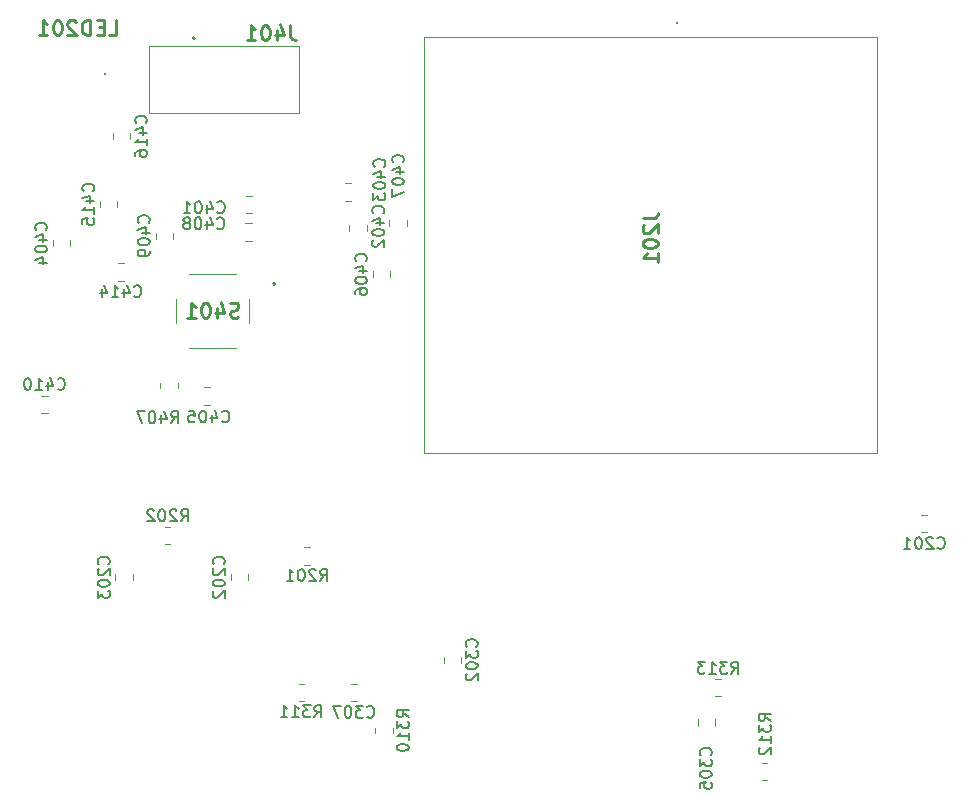
<source format=gbr>
%TF.GenerationSoftware,KiCad,Pcbnew,(6.0.0)*%
%TF.CreationDate,2022-02-15T17:29:59-06:00*%
%TF.ProjectId,digitizer,64696769-7469-47a6-9572-2e6b69636164,1*%
%TF.SameCoordinates,Original*%
%TF.FileFunction,Legend,Bot*%
%TF.FilePolarity,Positive*%
%FSLAX46Y46*%
G04 Gerber Fmt 4.6, Leading zero omitted, Abs format (unit mm)*
G04 Created by KiCad (PCBNEW (6.0.0)) date 2022-02-15 17:29:59*
%MOMM*%
%LPD*%
G01*
G04 APERTURE LIST*
%ADD10C,0.254000*%
%ADD11C,0.150000*%
%ADD12C,0.100000*%
%ADD13C,0.200000*%
%ADD14C,0.120000*%
G04 APERTURE END LIST*
D10*
%TO.C,S401*%
X105177142Y-75514047D02*
X104995714Y-75574523D01*
X104693333Y-75574523D01*
X104572380Y-75514047D01*
X104511904Y-75453571D01*
X104451428Y-75332619D01*
X104451428Y-75211666D01*
X104511904Y-75090714D01*
X104572380Y-75030238D01*
X104693333Y-74969761D01*
X104935238Y-74909285D01*
X105056190Y-74848809D01*
X105116666Y-74788333D01*
X105177142Y-74667380D01*
X105177142Y-74546428D01*
X105116666Y-74425476D01*
X105056190Y-74365000D01*
X104935238Y-74304523D01*
X104632857Y-74304523D01*
X104451428Y-74365000D01*
X103362857Y-74727857D02*
X103362857Y-75574523D01*
X103665238Y-74244047D02*
X103967619Y-75151190D01*
X103181428Y-75151190D01*
X102455714Y-74304523D02*
X102334761Y-74304523D01*
X102213809Y-74365000D01*
X102153333Y-74425476D01*
X102092857Y-74546428D01*
X102032380Y-74788333D01*
X102032380Y-75090714D01*
X102092857Y-75332619D01*
X102153333Y-75453571D01*
X102213809Y-75514047D01*
X102334761Y-75574523D01*
X102455714Y-75574523D01*
X102576666Y-75514047D01*
X102637142Y-75453571D01*
X102697619Y-75332619D01*
X102758095Y-75090714D01*
X102758095Y-74788333D01*
X102697619Y-74546428D01*
X102637142Y-74425476D01*
X102576666Y-74365000D01*
X102455714Y-74304523D01*
X100822857Y-75574523D02*
X101548571Y-75574523D01*
X101185714Y-75574523D02*
X101185714Y-74304523D01*
X101306666Y-74485952D01*
X101427619Y-74606904D01*
X101548571Y-74667380D01*
%TO.C,LED201*%
X94210714Y-51644523D02*
X94815476Y-51644523D01*
X94815476Y-50374523D01*
X93787380Y-50979285D02*
X93364047Y-50979285D01*
X93182619Y-51644523D02*
X93787380Y-51644523D01*
X93787380Y-50374523D01*
X93182619Y-50374523D01*
X92638333Y-51644523D02*
X92638333Y-50374523D01*
X92335952Y-50374523D01*
X92154523Y-50435000D01*
X92033571Y-50555952D01*
X91973095Y-50676904D01*
X91912619Y-50918809D01*
X91912619Y-51100238D01*
X91973095Y-51342142D01*
X92033571Y-51463095D01*
X92154523Y-51584047D01*
X92335952Y-51644523D01*
X92638333Y-51644523D01*
X91428809Y-50495476D02*
X91368333Y-50435000D01*
X91247380Y-50374523D01*
X90945000Y-50374523D01*
X90824047Y-50435000D01*
X90763571Y-50495476D01*
X90703095Y-50616428D01*
X90703095Y-50737380D01*
X90763571Y-50918809D01*
X91489285Y-51644523D01*
X90703095Y-51644523D01*
X89916904Y-50374523D02*
X89795952Y-50374523D01*
X89675000Y-50435000D01*
X89614523Y-50495476D01*
X89554047Y-50616428D01*
X89493571Y-50858333D01*
X89493571Y-51160714D01*
X89554047Y-51402619D01*
X89614523Y-51523571D01*
X89675000Y-51584047D01*
X89795952Y-51644523D01*
X89916904Y-51644523D01*
X90037857Y-51584047D01*
X90098333Y-51523571D01*
X90158809Y-51402619D01*
X90219285Y-51160714D01*
X90219285Y-50858333D01*
X90158809Y-50616428D01*
X90098333Y-50495476D01*
X90037857Y-50435000D01*
X89916904Y-50374523D01*
X88284047Y-51644523D02*
X89009761Y-51644523D01*
X88646904Y-51644523D02*
X88646904Y-50374523D01*
X88767857Y-50555952D01*
X88888809Y-50676904D01*
X89009761Y-50737380D01*
%TO.C,J201*%
X139404523Y-67169142D02*
X140311666Y-67169142D01*
X140493095Y-67108666D01*
X140614047Y-66987714D01*
X140674523Y-66806285D01*
X140674523Y-66685333D01*
X139525476Y-67713428D02*
X139465000Y-67773904D01*
X139404523Y-67894857D01*
X139404523Y-68197238D01*
X139465000Y-68318190D01*
X139525476Y-68378666D01*
X139646428Y-68439142D01*
X139767380Y-68439142D01*
X139948809Y-68378666D01*
X140674523Y-67652952D01*
X140674523Y-68439142D01*
X139404523Y-69225333D02*
X139404523Y-69346285D01*
X139465000Y-69467238D01*
X139525476Y-69527714D01*
X139646428Y-69588190D01*
X139888333Y-69648666D01*
X140190714Y-69648666D01*
X140432619Y-69588190D01*
X140553571Y-69527714D01*
X140614047Y-69467238D01*
X140674523Y-69346285D01*
X140674523Y-69225333D01*
X140614047Y-69104380D01*
X140553571Y-69043904D01*
X140432619Y-68983428D01*
X140190714Y-68922952D01*
X139888333Y-68922952D01*
X139646428Y-68983428D01*
X139525476Y-69043904D01*
X139465000Y-69104380D01*
X139404523Y-69225333D01*
X140674523Y-70858190D02*
X140674523Y-70132476D01*
X140674523Y-70495333D02*
X139404523Y-70495333D01*
X139585952Y-70374380D01*
X139706904Y-70253428D01*
X139767380Y-70132476D01*
D11*
%TO.C,R313*%
X146919047Y-105702380D02*
X147252380Y-105226190D01*
X147490476Y-105702380D02*
X147490476Y-104702380D01*
X147109523Y-104702380D01*
X147014285Y-104750000D01*
X146966666Y-104797619D01*
X146919047Y-104892857D01*
X146919047Y-105035714D01*
X146966666Y-105130952D01*
X147014285Y-105178571D01*
X147109523Y-105226190D01*
X147490476Y-105226190D01*
X146585714Y-104702380D02*
X145966666Y-104702380D01*
X146300000Y-105083333D01*
X146157142Y-105083333D01*
X146061904Y-105130952D01*
X146014285Y-105178571D01*
X145966666Y-105273809D01*
X145966666Y-105511904D01*
X146014285Y-105607142D01*
X146061904Y-105654761D01*
X146157142Y-105702380D01*
X146442857Y-105702380D01*
X146538095Y-105654761D01*
X146585714Y-105607142D01*
X145014285Y-105702380D02*
X145585714Y-105702380D01*
X145300000Y-105702380D02*
X145300000Y-104702380D01*
X145395238Y-104845238D01*
X145490476Y-104940476D01*
X145585714Y-104988095D01*
X144680952Y-104702380D02*
X144061904Y-104702380D01*
X144395238Y-105083333D01*
X144252380Y-105083333D01*
X144157142Y-105130952D01*
X144109523Y-105178571D01*
X144061904Y-105273809D01*
X144061904Y-105511904D01*
X144109523Y-105607142D01*
X144157142Y-105654761D01*
X144252380Y-105702380D01*
X144538095Y-105702380D01*
X144633333Y-105654761D01*
X144680952Y-105607142D01*
%TO.C,R312*%
X150242380Y-109690952D02*
X149766190Y-109357619D01*
X150242380Y-109119523D02*
X149242380Y-109119523D01*
X149242380Y-109500476D01*
X149290000Y-109595714D01*
X149337619Y-109643333D01*
X149432857Y-109690952D01*
X149575714Y-109690952D01*
X149670952Y-109643333D01*
X149718571Y-109595714D01*
X149766190Y-109500476D01*
X149766190Y-109119523D01*
X149242380Y-110024285D02*
X149242380Y-110643333D01*
X149623333Y-110310000D01*
X149623333Y-110452857D01*
X149670952Y-110548095D01*
X149718571Y-110595714D01*
X149813809Y-110643333D01*
X150051904Y-110643333D01*
X150147142Y-110595714D01*
X150194761Y-110548095D01*
X150242380Y-110452857D01*
X150242380Y-110167142D01*
X150194761Y-110071904D01*
X150147142Y-110024285D01*
X150242380Y-111595714D02*
X150242380Y-111024285D01*
X150242380Y-111310000D02*
X149242380Y-111310000D01*
X149385238Y-111214761D01*
X149480476Y-111119523D01*
X149528095Y-111024285D01*
X149337619Y-111976666D02*
X149290000Y-112024285D01*
X149242380Y-112119523D01*
X149242380Y-112357619D01*
X149290000Y-112452857D01*
X149337619Y-112500476D01*
X149432857Y-112548095D01*
X149528095Y-112548095D01*
X149670952Y-112500476D01*
X150242380Y-111929047D01*
X150242380Y-112548095D01*
%TO.C,R311*%
X111619047Y-109402380D02*
X111952380Y-108926190D01*
X112190476Y-109402380D02*
X112190476Y-108402380D01*
X111809523Y-108402380D01*
X111714285Y-108450000D01*
X111666666Y-108497619D01*
X111619047Y-108592857D01*
X111619047Y-108735714D01*
X111666666Y-108830952D01*
X111714285Y-108878571D01*
X111809523Y-108926190D01*
X112190476Y-108926190D01*
X111285714Y-108402380D02*
X110666666Y-108402380D01*
X111000000Y-108783333D01*
X110857142Y-108783333D01*
X110761904Y-108830952D01*
X110714285Y-108878571D01*
X110666666Y-108973809D01*
X110666666Y-109211904D01*
X110714285Y-109307142D01*
X110761904Y-109354761D01*
X110857142Y-109402380D01*
X111142857Y-109402380D01*
X111238095Y-109354761D01*
X111285714Y-109307142D01*
X109714285Y-109402380D02*
X110285714Y-109402380D01*
X110000000Y-109402380D02*
X110000000Y-108402380D01*
X110095238Y-108545238D01*
X110190476Y-108640476D01*
X110285714Y-108688095D01*
X108761904Y-109402380D02*
X109333333Y-109402380D01*
X109047619Y-109402380D02*
X109047619Y-108402380D01*
X109142857Y-108545238D01*
X109238095Y-108640476D01*
X109333333Y-108688095D01*
%TO.C,R310*%
X119602380Y-109380952D02*
X119126190Y-109047619D01*
X119602380Y-108809523D02*
X118602380Y-108809523D01*
X118602380Y-109190476D01*
X118650000Y-109285714D01*
X118697619Y-109333333D01*
X118792857Y-109380952D01*
X118935714Y-109380952D01*
X119030952Y-109333333D01*
X119078571Y-109285714D01*
X119126190Y-109190476D01*
X119126190Y-108809523D01*
X118602380Y-109714285D02*
X118602380Y-110333333D01*
X118983333Y-110000000D01*
X118983333Y-110142857D01*
X119030952Y-110238095D01*
X119078571Y-110285714D01*
X119173809Y-110333333D01*
X119411904Y-110333333D01*
X119507142Y-110285714D01*
X119554761Y-110238095D01*
X119602380Y-110142857D01*
X119602380Y-109857142D01*
X119554761Y-109761904D01*
X119507142Y-109714285D01*
X119602380Y-111285714D02*
X119602380Y-110714285D01*
X119602380Y-111000000D02*
X118602380Y-111000000D01*
X118745238Y-110904761D01*
X118840476Y-110809523D01*
X118888095Y-110714285D01*
X118602380Y-111904761D02*
X118602380Y-112000000D01*
X118650000Y-112095238D01*
X118697619Y-112142857D01*
X118792857Y-112190476D01*
X118983333Y-112238095D01*
X119221428Y-112238095D01*
X119411904Y-112190476D01*
X119507142Y-112142857D01*
X119554761Y-112095238D01*
X119602380Y-112000000D01*
X119602380Y-111904761D01*
X119554761Y-111809523D01*
X119507142Y-111761904D01*
X119411904Y-111714285D01*
X119221428Y-111666666D01*
X118983333Y-111666666D01*
X118792857Y-111714285D01*
X118697619Y-111761904D01*
X118650000Y-111809523D01*
X118602380Y-111904761D01*
%TO.C,C415*%
X92877142Y-64843452D02*
X92924761Y-64795833D01*
X92972380Y-64652976D01*
X92972380Y-64557738D01*
X92924761Y-64414880D01*
X92829523Y-64319642D01*
X92734285Y-64272023D01*
X92543809Y-64224404D01*
X92400952Y-64224404D01*
X92210476Y-64272023D01*
X92115238Y-64319642D01*
X92020000Y-64414880D01*
X91972380Y-64557738D01*
X91972380Y-64652976D01*
X92020000Y-64795833D01*
X92067619Y-64843452D01*
X92305714Y-65700595D02*
X92972380Y-65700595D01*
X91924761Y-65462500D02*
X92639047Y-65224404D01*
X92639047Y-65843452D01*
X92972380Y-66748214D02*
X92972380Y-66176785D01*
X92972380Y-66462500D02*
X91972380Y-66462500D01*
X92115238Y-66367261D01*
X92210476Y-66272023D01*
X92258095Y-66176785D01*
X91972380Y-67652976D02*
X91972380Y-67176785D01*
X92448571Y-67129166D01*
X92400952Y-67176785D01*
X92353333Y-67272023D01*
X92353333Y-67510119D01*
X92400952Y-67605357D01*
X92448571Y-67652976D01*
X92543809Y-67700595D01*
X92781904Y-67700595D01*
X92877142Y-67652976D01*
X92924761Y-67605357D01*
X92972380Y-67510119D01*
X92972380Y-67272023D01*
X92924761Y-67176785D01*
X92877142Y-67129166D01*
%TO.C,C404*%
X88877142Y-68143452D02*
X88924761Y-68095833D01*
X88972380Y-67952976D01*
X88972380Y-67857738D01*
X88924761Y-67714880D01*
X88829523Y-67619642D01*
X88734285Y-67572023D01*
X88543809Y-67524404D01*
X88400952Y-67524404D01*
X88210476Y-67572023D01*
X88115238Y-67619642D01*
X88020000Y-67714880D01*
X87972380Y-67857738D01*
X87972380Y-67952976D01*
X88020000Y-68095833D01*
X88067619Y-68143452D01*
X88305714Y-69000595D02*
X88972380Y-69000595D01*
X87924761Y-68762500D02*
X88639047Y-68524404D01*
X88639047Y-69143452D01*
X87972380Y-69714880D02*
X87972380Y-69810119D01*
X88020000Y-69905357D01*
X88067619Y-69952976D01*
X88162857Y-70000595D01*
X88353333Y-70048214D01*
X88591428Y-70048214D01*
X88781904Y-70000595D01*
X88877142Y-69952976D01*
X88924761Y-69905357D01*
X88972380Y-69810119D01*
X88972380Y-69714880D01*
X88924761Y-69619642D01*
X88877142Y-69572023D01*
X88781904Y-69524404D01*
X88591428Y-69476785D01*
X88353333Y-69476785D01*
X88162857Y-69524404D01*
X88067619Y-69572023D01*
X88020000Y-69619642D01*
X87972380Y-69714880D01*
X88305714Y-70905357D02*
X88972380Y-70905357D01*
X87924761Y-70667261D02*
X88639047Y-70429166D01*
X88639047Y-71048214D01*
%TO.C,C406*%
X115977142Y-70780952D02*
X116024761Y-70733333D01*
X116072380Y-70590476D01*
X116072380Y-70495238D01*
X116024761Y-70352380D01*
X115929523Y-70257142D01*
X115834285Y-70209523D01*
X115643809Y-70161904D01*
X115500952Y-70161904D01*
X115310476Y-70209523D01*
X115215238Y-70257142D01*
X115120000Y-70352380D01*
X115072380Y-70495238D01*
X115072380Y-70590476D01*
X115120000Y-70733333D01*
X115167619Y-70780952D01*
X115405714Y-71638095D02*
X116072380Y-71638095D01*
X115024761Y-71400000D02*
X115739047Y-71161904D01*
X115739047Y-71780952D01*
X115072380Y-72352380D02*
X115072380Y-72447619D01*
X115120000Y-72542857D01*
X115167619Y-72590476D01*
X115262857Y-72638095D01*
X115453333Y-72685714D01*
X115691428Y-72685714D01*
X115881904Y-72638095D01*
X115977142Y-72590476D01*
X116024761Y-72542857D01*
X116072380Y-72447619D01*
X116072380Y-72352380D01*
X116024761Y-72257142D01*
X115977142Y-72209523D01*
X115881904Y-72161904D01*
X115691428Y-72114285D01*
X115453333Y-72114285D01*
X115262857Y-72161904D01*
X115167619Y-72209523D01*
X115120000Y-72257142D01*
X115072380Y-72352380D01*
X115072380Y-73542857D02*
X115072380Y-73352380D01*
X115120000Y-73257142D01*
X115167619Y-73209523D01*
X115310476Y-73114285D01*
X115500952Y-73066666D01*
X115881904Y-73066666D01*
X115977142Y-73114285D01*
X116024761Y-73161904D01*
X116072380Y-73257142D01*
X116072380Y-73447619D01*
X116024761Y-73542857D01*
X115977142Y-73590476D01*
X115881904Y-73638095D01*
X115643809Y-73638095D01*
X115548571Y-73590476D01*
X115500952Y-73542857D01*
X115453333Y-73447619D01*
X115453333Y-73257142D01*
X115500952Y-73161904D01*
X115548571Y-73114285D01*
X115643809Y-73066666D01*
%TO.C,C408*%
X103379047Y-67987142D02*
X103426666Y-68034761D01*
X103569523Y-68082380D01*
X103664761Y-68082380D01*
X103807619Y-68034761D01*
X103902857Y-67939523D01*
X103950476Y-67844285D01*
X103998095Y-67653809D01*
X103998095Y-67510952D01*
X103950476Y-67320476D01*
X103902857Y-67225238D01*
X103807619Y-67130000D01*
X103664761Y-67082380D01*
X103569523Y-67082380D01*
X103426666Y-67130000D01*
X103379047Y-67177619D01*
X102521904Y-67415714D02*
X102521904Y-68082380D01*
X102760000Y-67034761D02*
X102998095Y-67749047D01*
X102379047Y-67749047D01*
X101807619Y-67082380D02*
X101712380Y-67082380D01*
X101617142Y-67130000D01*
X101569523Y-67177619D01*
X101521904Y-67272857D01*
X101474285Y-67463333D01*
X101474285Y-67701428D01*
X101521904Y-67891904D01*
X101569523Y-67987142D01*
X101617142Y-68034761D01*
X101712380Y-68082380D01*
X101807619Y-68082380D01*
X101902857Y-68034761D01*
X101950476Y-67987142D01*
X101998095Y-67891904D01*
X102045714Y-67701428D01*
X102045714Y-67463333D01*
X101998095Y-67272857D01*
X101950476Y-67177619D01*
X101902857Y-67130000D01*
X101807619Y-67082380D01*
X100902857Y-67510952D02*
X100998095Y-67463333D01*
X101045714Y-67415714D01*
X101093333Y-67320476D01*
X101093333Y-67272857D01*
X101045714Y-67177619D01*
X100998095Y-67130000D01*
X100902857Y-67082380D01*
X100712380Y-67082380D01*
X100617142Y-67130000D01*
X100569523Y-67177619D01*
X100521904Y-67272857D01*
X100521904Y-67320476D01*
X100569523Y-67415714D01*
X100617142Y-67463333D01*
X100712380Y-67510952D01*
X100902857Y-67510952D01*
X100998095Y-67558571D01*
X101045714Y-67606190D01*
X101093333Y-67701428D01*
X101093333Y-67891904D01*
X101045714Y-67987142D01*
X100998095Y-68034761D01*
X100902857Y-68082380D01*
X100712380Y-68082380D01*
X100617142Y-68034761D01*
X100569523Y-67987142D01*
X100521904Y-67891904D01*
X100521904Y-67701428D01*
X100569523Y-67606190D01*
X100617142Y-67558571D01*
X100712380Y-67510952D01*
%TO.C,C414*%
X96356547Y-73737142D02*
X96404166Y-73784761D01*
X96547023Y-73832380D01*
X96642261Y-73832380D01*
X96785119Y-73784761D01*
X96880357Y-73689523D01*
X96927976Y-73594285D01*
X96975595Y-73403809D01*
X96975595Y-73260952D01*
X96927976Y-73070476D01*
X96880357Y-72975238D01*
X96785119Y-72880000D01*
X96642261Y-72832380D01*
X96547023Y-72832380D01*
X96404166Y-72880000D01*
X96356547Y-72927619D01*
X95499404Y-73165714D02*
X95499404Y-73832380D01*
X95737500Y-72784761D02*
X95975595Y-73499047D01*
X95356547Y-73499047D01*
X94451785Y-73832380D02*
X95023214Y-73832380D01*
X94737500Y-73832380D02*
X94737500Y-72832380D01*
X94832738Y-72975238D01*
X94927976Y-73070476D01*
X95023214Y-73118095D01*
X93594642Y-73165714D02*
X93594642Y-73832380D01*
X93832738Y-72784761D02*
X94070833Y-73499047D01*
X93451785Y-73499047D01*
%TO.C,C302*%
X125337142Y-103418452D02*
X125384761Y-103370833D01*
X125432380Y-103227976D01*
X125432380Y-103132738D01*
X125384761Y-102989880D01*
X125289523Y-102894642D01*
X125194285Y-102847023D01*
X125003809Y-102799404D01*
X124860952Y-102799404D01*
X124670476Y-102847023D01*
X124575238Y-102894642D01*
X124480000Y-102989880D01*
X124432380Y-103132738D01*
X124432380Y-103227976D01*
X124480000Y-103370833D01*
X124527619Y-103418452D01*
X124432380Y-103751785D02*
X124432380Y-104370833D01*
X124813333Y-104037500D01*
X124813333Y-104180357D01*
X124860952Y-104275595D01*
X124908571Y-104323214D01*
X125003809Y-104370833D01*
X125241904Y-104370833D01*
X125337142Y-104323214D01*
X125384761Y-104275595D01*
X125432380Y-104180357D01*
X125432380Y-103894642D01*
X125384761Y-103799404D01*
X125337142Y-103751785D01*
X124432380Y-104989880D02*
X124432380Y-105085119D01*
X124480000Y-105180357D01*
X124527619Y-105227976D01*
X124622857Y-105275595D01*
X124813333Y-105323214D01*
X125051428Y-105323214D01*
X125241904Y-105275595D01*
X125337142Y-105227976D01*
X125384761Y-105180357D01*
X125432380Y-105085119D01*
X125432380Y-104989880D01*
X125384761Y-104894642D01*
X125337142Y-104847023D01*
X125241904Y-104799404D01*
X125051428Y-104751785D01*
X124813333Y-104751785D01*
X124622857Y-104799404D01*
X124527619Y-104847023D01*
X124480000Y-104894642D01*
X124432380Y-104989880D01*
X124527619Y-105704166D02*
X124480000Y-105751785D01*
X124432380Y-105847023D01*
X124432380Y-106085119D01*
X124480000Y-106180357D01*
X124527619Y-106227976D01*
X124622857Y-106275595D01*
X124718095Y-106275595D01*
X124860952Y-106227976D01*
X125432380Y-105656547D01*
X125432380Y-106275595D01*
%TO.C,C403*%
X117517142Y-62770952D02*
X117564761Y-62723333D01*
X117612380Y-62580476D01*
X117612380Y-62485238D01*
X117564761Y-62342380D01*
X117469523Y-62247142D01*
X117374285Y-62199523D01*
X117183809Y-62151904D01*
X117040952Y-62151904D01*
X116850476Y-62199523D01*
X116755238Y-62247142D01*
X116660000Y-62342380D01*
X116612380Y-62485238D01*
X116612380Y-62580476D01*
X116660000Y-62723333D01*
X116707619Y-62770952D01*
X116945714Y-63628095D02*
X117612380Y-63628095D01*
X116564761Y-63390000D02*
X117279047Y-63151904D01*
X117279047Y-63770952D01*
X116612380Y-64342380D02*
X116612380Y-64437619D01*
X116660000Y-64532857D01*
X116707619Y-64580476D01*
X116802857Y-64628095D01*
X116993333Y-64675714D01*
X117231428Y-64675714D01*
X117421904Y-64628095D01*
X117517142Y-64580476D01*
X117564761Y-64532857D01*
X117612380Y-64437619D01*
X117612380Y-64342380D01*
X117564761Y-64247142D01*
X117517142Y-64199523D01*
X117421904Y-64151904D01*
X117231428Y-64104285D01*
X116993333Y-64104285D01*
X116802857Y-64151904D01*
X116707619Y-64199523D01*
X116660000Y-64247142D01*
X116612380Y-64342380D01*
X116612380Y-65009047D02*
X116612380Y-65628095D01*
X116993333Y-65294761D01*
X116993333Y-65437619D01*
X117040952Y-65532857D01*
X117088571Y-65580476D01*
X117183809Y-65628095D01*
X117421904Y-65628095D01*
X117517142Y-65580476D01*
X117564761Y-65532857D01*
X117612380Y-65437619D01*
X117612380Y-65151904D01*
X117564761Y-65056666D01*
X117517142Y-65009047D01*
%TO.C,C407*%
X119107142Y-62410952D02*
X119154761Y-62363333D01*
X119202380Y-62220476D01*
X119202380Y-62125238D01*
X119154761Y-61982380D01*
X119059523Y-61887142D01*
X118964285Y-61839523D01*
X118773809Y-61791904D01*
X118630952Y-61791904D01*
X118440476Y-61839523D01*
X118345238Y-61887142D01*
X118250000Y-61982380D01*
X118202380Y-62125238D01*
X118202380Y-62220476D01*
X118250000Y-62363333D01*
X118297619Y-62410952D01*
X118535714Y-63268095D02*
X119202380Y-63268095D01*
X118154761Y-63030000D02*
X118869047Y-62791904D01*
X118869047Y-63410952D01*
X118202380Y-63982380D02*
X118202380Y-64077619D01*
X118250000Y-64172857D01*
X118297619Y-64220476D01*
X118392857Y-64268095D01*
X118583333Y-64315714D01*
X118821428Y-64315714D01*
X119011904Y-64268095D01*
X119107142Y-64220476D01*
X119154761Y-64172857D01*
X119202380Y-64077619D01*
X119202380Y-63982380D01*
X119154761Y-63887142D01*
X119107142Y-63839523D01*
X119011904Y-63791904D01*
X118821428Y-63744285D01*
X118583333Y-63744285D01*
X118392857Y-63791904D01*
X118297619Y-63839523D01*
X118250000Y-63887142D01*
X118202380Y-63982380D01*
X118202380Y-64649047D02*
X118202380Y-65315714D01*
X119202380Y-64887142D01*
%TO.C,C409*%
X97577142Y-67518452D02*
X97624761Y-67470833D01*
X97672380Y-67327976D01*
X97672380Y-67232738D01*
X97624761Y-67089880D01*
X97529523Y-66994642D01*
X97434285Y-66947023D01*
X97243809Y-66899404D01*
X97100952Y-66899404D01*
X96910476Y-66947023D01*
X96815238Y-66994642D01*
X96720000Y-67089880D01*
X96672380Y-67232738D01*
X96672380Y-67327976D01*
X96720000Y-67470833D01*
X96767619Y-67518452D01*
X97005714Y-68375595D02*
X97672380Y-68375595D01*
X96624761Y-68137500D02*
X97339047Y-67899404D01*
X97339047Y-68518452D01*
X96672380Y-69089880D02*
X96672380Y-69185119D01*
X96720000Y-69280357D01*
X96767619Y-69327976D01*
X96862857Y-69375595D01*
X97053333Y-69423214D01*
X97291428Y-69423214D01*
X97481904Y-69375595D01*
X97577142Y-69327976D01*
X97624761Y-69280357D01*
X97672380Y-69185119D01*
X97672380Y-69089880D01*
X97624761Y-68994642D01*
X97577142Y-68947023D01*
X97481904Y-68899404D01*
X97291428Y-68851785D01*
X97053333Y-68851785D01*
X96862857Y-68899404D01*
X96767619Y-68947023D01*
X96720000Y-68994642D01*
X96672380Y-69089880D01*
X97672380Y-69899404D02*
X97672380Y-70089880D01*
X97624761Y-70185119D01*
X97577142Y-70232738D01*
X97434285Y-70327976D01*
X97243809Y-70375595D01*
X96862857Y-70375595D01*
X96767619Y-70327976D01*
X96720000Y-70280357D01*
X96672380Y-70185119D01*
X96672380Y-69994642D01*
X96720000Y-69899404D01*
X96767619Y-69851785D01*
X96862857Y-69804166D01*
X97100952Y-69804166D01*
X97196190Y-69851785D01*
X97243809Y-69899404D01*
X97291428Y-69994642D01*
X97291428Y-70185119D01*
X97243809Y-70280357D01*
X97196190Y-70327976D01*
X97100952Y-70375595D01*
%TO.C,C410*%
X89881547Y-81577142D02*
X89929166Y-81624761D01*
X90072023Y-81672380D01*
X90167261Y-81672380D01*
X90310119Y-81624761D01*
X90405357Y-81529523D01*
X90452976Y-81434285D01*
X90500595Y-81243809D01*
X90500595Y-81100952D01*
X90452976Y-80910476D01*
X90405357Y-80815238D01*
X90310119Y-80720000D01*
X90167261Y-80672380D01*
X90072023Y-80672380D01*
X89929166Y-80720000D01*
X89881547Y-80767619D01*
X89024404Y-81005714D02*
X89024404Y-81672380D01*
X89262500Y-80624761D02*
X89500595Y-81339047D01*
X88881547Y-81339047D01*
X87976785Y-81672380D02*
X88548214Y-81672380D01*
X88262500Y-81672380D02*
X88262500Y-80672380D01*
X88357738Y-80815238D01*
X88452976Y-80910476D01*
X88548214Y-80958095D01*
X87357738Y-80672380D02*
X87262500Y-80672380D01*
X87167261Y-80720000D01*
X87119642Y-80767619D01*
X87072023Y-80862857D01*
X87024404Y-81053333D01*
X87024404Y-81291428D01*
X87072023Y-81481904D01*
X87119642Y-81577142D01*
X87167261Y-81624761D01*
X87262500Y-81672380D01*
X87357738Y-81672380D01*
X87452976Y-81624761D01*
X87500595Y-81577142D01*
X87548214Y-81481904D01*
X87595833Y-81291428D01*
X87595833Y-81053333D01*
X87548214Y-80862857D01*
X87500595Y-80767619D01*
X87452976Y-80720000D01*
X87357738Y-80672380D01*
%TO.C,C402*%
X117427142Y-66720952D02*
X117474761Y-66673333D01*
X117522380Y-66530476D01*
X117522380Y-66435238D01*
X117474761Y-66292380D01*
X117379523Y-66197142D01*
X117284285Y-66149523D01*
X117093809Y-66101904D01*
X116950952Y-66101904D01*
X116760476Y-66149523D01*
X116665238Y-66197142D01*
X116570000Y-66292380D01*
X116522380Y-66435238D01*
X116522380Y-66530476D01*
X116570000Y-66673333D01*
X116617619Y-66720952D01*
X116855714Y-67578095D02*
X117522380Y-67578095D01*
X116474761Y-67340000D02*
X117189047Y-67101904D01*
X117189047Y-67720952D01*
X116522380Y-68292380D02*
X116522380Y-68387619D01*
X116570000Y-68482857D01*
X116617619Y-68530476D01*
X116712857Y-68578095D01*
X116903333Y-68625714D01*
X117141428Y-68625714D01*
X117331904Y-68578095D01*
X117427142Y-68530476D01*
X117474761Y-68482857D01*
X117522380Y-68387619D01*
X117522380Y-68292380D01*
X117474761Y-68197142D01*
X117427142Y-68149523D01*
X117331904Y-68101904D01*
X117141428Y-68054285D01*
X116903333Y-68054285D01*
X116712857Y-68101904D01*
X116617619Y-68149523D01*
X116570000Y-68197142D01*
X116522380Y-68292380D01*
X116617619Y-69006666D02*
X116570000Y-69054285D01*
X116522380Y-69149523D01*
X116522380Y-69387619D01*
X116570000Y-69482857D01*
X116617619Y-69530476D01*
X116712857Y-69578095D01*
X116808095Y-69578095D01*
X116950952Y-69530476D01*
X117522380Y-68959047D01*
X117522380Y-69578095D01*
%TO.C,C416*%
X97337142Y-59080952D02*
X97384761Y-59033333D01*
X97432380Y-58890476D01*
X97432380Y-58795238D01*
X97384761Y-58652380D01*
X97289523Y-58557142D01*
X97194285Y-58509523D01*
X97003809Y-58461904D01*
X96860952Y-58461904D01*
X96670476Y-58509523D01*
X96575238Y-58557142D01*
X96480000Y-58652380D01*
X96432380Y-58795238D01*
X96432380Y-58890476D01*
X96480000Y-59033333D01*
X96527619Y-59080952D01*
X96765714Y-59938095D02*
X97432380Y-59938095D01*
X96384761Y-59700000D02*
X97099047Y-59461904D01*
X97099047Y-60080952D01*
X97432380Y-60985714D02*
X97432380Y-60414285D01*
X97432380Y-60700000D02*
X96432380Y-60700000D01*
X96575238Y-60604761D01*
X96670476Y-60509523D01*
X96718095Y-60414285D01*
X96432380Y-61842857D02*
X96432380Y-61652380D01*
X96480000Y-61557142D01*
X96527619Y-61509523D01*
X96670476Y-61414285D01*
X96860952Y-61366666D01*
X97241904Y-61366666D01*
X97337142Y-61414285D01*
X97384761Y-61461904D01*
X97432380Y-61557142D01*
X97432380Y-61747619D01*
X97384761Y-61842857D01*
X97337142Y-61890476D01*
X97241904Y-61938095D01*
X97003809Y-61938095D01*
X96908571Y-61890476D01*
X96860952Y-61842857D01*
X96813333Y-61747619D01*
X96813333Y-61557142D01*
X96860952Y-61461904D01*
X96908571Y-61414285D01*
X97003809Y-61366666D01*
%TO.C,C202*%
X103927142Y-96418452D02*
X103974761Y-96370833D01*
X104022380Y-96227976D01*
X104022380Y-96132738D01*
X103974761Y-95989880D01*
X103879523Y-95894642D01*
X103784285Y-95847023D01*
X103593809Y-95799404D01*
X103450952Y-95799404D01*
X103260476Y-95847023D01*
X103165238Y-95894642D01*
X103070000Y-95989880D01*
X103022380Y-96132738D01*
X103022380Y-96227976D01*
X103070000Y-96370833D01*
X103117619Y-96418452D01*
X103117619Y-96799404D02*
X103070000Y-96847023D01*
X103022380Y-96942261D01*
X103022380Y-97180357D01*
X103070000Y-97275595D01*
X103117619Y-97323214D01*
X103212857Y-97370833D01*
X103308095Y-97370833D01*
X103450952Y-97323214D01*
X104022380Y-96751785D01*
X104022380Y-97370833D01*
X103022380Y-97989880D02*
X103022380Y-98085119D01*
X103070000Y-98180357D01*
X103117619Y-98227976D01*
X103212857Y-98275595D01*
X103403333Y-98323214D01*
X103641428Y-98323214D01*
X103831904Y-98275595D01*
X103927142Y-98227976D01*
X103974761Y-98180357D01*
X104022380Y-98085119D01*
X104022380Y-97989880D01*
X103974761Y-97894642D01*
X103927142Y-97847023D01*
X103831904Y-97799404D01*
X103641428Y-97751785D01*
X103403333Y-97751785D01*
X103212857Y-97799404D01*
X103117619Y-97847023D01*
X103070000Y-97894642D01*
X103022380Y-97989880D01*
X103117619Y-98704166D02*
X103070000Y-98751785D01*
X103022380Y-98847023D01*
X103022380Y-99085119D01*
X103070000Y-99180357D01*
X103117619Y-99227976D01*
X103212857Y-99275595D01*
X103308095Y-99275595D01*
X103450952Y-99227976D01*
X104022380Y-98656547D01*
X104022380Y-99275595D01*
%TO.C,C201*%
X164369047Y-95037142D02*
X164416666Y-95084761D01*
X164559523Y-95132380D01*
X164654761Y-95132380D01*
X164797619Y-95084761D01*
X164892857Y-94989523D01*
X164940476Y-94894285D01*
X164988095Y-94703809D01*
X164988095Y-94560952D01*
X164940476Y-94370476D01*
X164892857Y-94275238D01*
X164797619Y-94180000D01*
X164654761Y-94132380D01*
X164559523Y-94132380D01*
X164416666Y-94180000D01*
X164369047Y-94227619D01*
X163988095Y-94227619D02*
X163940476Y-94180000D01*
X163845238Y-94132380D01*
X163607142Y-94132380D01*
X163511904Y-94180000D01*
X163464285Y-94227619D01*
X163416666Y-94322857D01*
X163416666Y-94418095D01*
X163464285Y-94560952D01*
X164035714Y-95132380D01*
X163416666Y-95132380D01*
X162797619Y-94132380D02*
X162702380Y-94132380D01*
X162607142Y-94180000D01*
X162559523Y-94227619D01*
X162511904Y-94322857D01*
X162464285Y-94513333D01*
X162464285Y-94751428D01*
X162511904Y-94941904D01*
X162559523Y-95037142D01*
X162607142Y-95084761D01*
X162702380Y-95132380D01*
X162797619Y-95132380D01*
X162892857Y-95084761D01*
X162940476Y-95037142D01*
X162988095Y-94941904D01*
X163035714Y-94751428D01*
X163035714Y-94513333D01*
X162988095Y-94322857D01*
X162940476Y-94227619D01*
X162892857Y-94180000D01*
X162797619Y-94132380D01*
X161511904Y-95132380D02*
X162083333Y-95132380D01*
X161797619Y-95132380D02*
X161797619Y-94132380D01*
X161892857Y-94275238D01*
X161988095Y-94370476D01*
X162083333Y-94418095D01*
%TO.C,R201*%
X112119047Y-97852380D02*
X112452380Y-97376190D01*
X112690476Y-97852380D02*
X112690476Y-96852380D01*
X112309523Y-96852380D01*
X112214285Y-96900000D01*
X112166666Y-96947619D01*
X112119047Y-97042857D01*
X112119047Y-97185714D01*
X112166666Y-97280952D01*
X112214285Y-97328571D01*
X112309523Y-97376190D01*
X112690476Y-97376190D01*
X111738095Y-96947619D02*
X111690476Y-96900000D01*
X111595238Y-96852380D01*
X111357142Y-96852380D01*
X111261904Y-96900000D01*
X111214285Y-96947619D01*
X111166666Y-97042857D01*
X111166666Y-97138095D01*
X111214285Y-97280952D01*
X111785714Y-97852380D01*
X111166666Y-97852380D01*
X110547619Y-96852380D02*
X110452380Y-96852380D01*
X110357142Y-96900000D01*
X110309523Y-96947619D01*
X110261904Y-97042857D01*
X110214285Y-97233333D01*
X110214285Y-97471428D01*
X110261904Y-97661904D01*
X110309523Y-97757142D01*
X110357142Y-97804761D01*
X110452380Y-97852380D01*
X110547619Y-97852380D01*
X110642857Y-97804761D01*
X110690476Y-97757142D01*
X110738095Y-97661904D01*
X110785714Y-97471428D01*
X110785714Y-97233333D01*
X110738095Y-97042857D01*
X110690476Y-96947619D01*
X110642857Y-96900000D01*
X110547619Y-96852380D01*
X109261904Y-97852380D02*
X109833333Y-97852380D01*
X109547619Y-97852380D02*
X109547619Y-96852380D01*
X109642857Y-96995238D01*
X109738095Y-97090476D01*
X109833333Y-97138095D01*
D10*
%TO.C,J401*%
X109572857Y-50794523D02*
X109572857Y-51701666D01*
X109633333Y-51883095D01*
X109754285Y-52004047D01*
X109935714Y-52064523D01*
X110056666Y-52064523D01*
X108423809Y-51217857D02*
X108423809Y-52064523D01*
X108726190Y-50734047D02*
X109028571Y-51641190D01*
X108242380Y-51641190D01*
X107516666Y-50794523D02*
X107395714Y-50794523D01*
X107274761Y-50855000D01*
X107214285Y-50915476D01*
X107153809Y-51036428D01*
X107093333Y-51278333D01*
X107093333Y-51580714D01*
X107153809Y-51822619D01*
X107214285Y-51943571D01*
X107274761Y-52004047D01*
X107395714Y-52064523D01*
X107516666Y-52064523D01*
X107637619Y-52004047D01*
X107698095Y-51943571D01*
X107758571Y-51822619D01*
X107819047Y-51580714D01*
X107819047Y-51278333D01*
X107758571Y-51036428D01*
X107698095Y-50915476D01*
X107637619Y-50855000D01*
X107516666Y-50794523D01*
X105883809Y-52064523D02*
X106609523Y-52064523D01*
X106246666Y-52064523D02*
X106246666Y-50794523D01*
X106367619Y-50975952D01*
X106488571Y-51096904D01*
X106609523Y-51157380D01*
D11*
%TO.C,R202*%
X100319047Y-92802380D02*
X100652380Y-92326190D01*
X100890476Y-92802380D02*
X100890476Y-91802380D01*
X100509523Y-91802380D01*
X100414285Y-91850000D01*
X100366666Y-91897619D01*
X100319047Y-91992857D01*
X100319047Y-92135714D01*
X100366666Y-92230952D01*
X100414285Y-92278571D01*
X100509523Y-92326190D01*
X100890476Y-92326190D01*
X99938095Y-91897619D02*
X99890476Y-91850000D01*
X99795238Y-91802380D01*
X99557142Y-91802380D01*
X99461904Y-91850000D01*
X99414285Y-91897619D01*
X99366666Y-91992857D01*
X99366666Y-92088095D01*
X99414285Y-92230952D01*
X99985714Y-92802380D01*
X99366666Y-92802380D01*
X98747619Y-91802380D02*
X98652380Y-91802380D01*
X98557142Y-91850000D01*
X98509523Y-91897619D01*
X98461904Y-91992857D01*
X98414285Y-92183333D01*
X98414285Y-92421428D01*
X98461904Y-92611904D01*
X98509523Y-92707142D01*
X98557142Y-92754761D01*
X98652380Y-92802380D01*
X98747619Y-92802380D01*
X98842857Y-92754761D01*
X98890476Y-92707142D01*
X98938095Y-92611904D01*
X98985714Y-92421428D01*
X98985714Y-92183333D01*
X98938095Y-91992857D01*
X98890476Y-91897619D01*
X98842857Y-91850000D01*
X98747619Y-91802380D01*
X98033333Y-91897619D02*
X97985714Y-91850000D01*
X97890476Y-91802380D01*
X97652380Y-91802380D01*
X97557142Y-91850000D01*
X97509523Y-91897619D01*
X97461904Y-91992857D01*
X97461904Y-92088095D01*
X97509523Y-92230952D01*
X98080952Y-92802380D01*
X97461904Y-92802380D01*
%TO.C,C401*%
X103399047Y-66617142D02*
X103446666Y-66664761D01*
X103589523Y-66712380D01*
X103684761Y-66712380D01*
X103827619Y-66664761D01*
X103922857Y-66569523D01*
X103970476Y-66474285D01*
X104018095Y-66283809D01*
X104018095Y-66140952D01*
X103970476Y-65950476D01*
X103922857Y-65855238D01*
X103827619Y-65760000D01*
X103684761Y-65712380D01*
X103589523Y-65712380D01*
X103446666Y-65760000D01*
X103399047Y-65807619D01*
X102541904Y-66045714D02*
X102541904Y-66712380D01*
X102780000Y-65664761D02*
X103018095Y-66379047D01*
X102399047Y-66379047D01*
X101827619Y-65712380D02*
X101732380Y-65712380D01*
X101637142Y-65760000D01*
X101589523Y-65807619D01*
X101541904Y-65902857D01*
X101494285Y-66093333D01*
X101494285Y-66331428D01*
X101541904Y-66521904D01*
X101589523Y-66617142D01*
X101637142Y-66664761D01*
X101732380Y-66712380D01*
X101827619Y-66712380D01*
X101922857Y-66664761D01*
X101970476Y-66617142D01*
X102018095Y-66521904D01*
X102065714Y-66331428D01*
X102065714Y-66093333D01*
X102018095Y-65902857D01*
X101970476Y-65807619D01*
X101922857Y-65760000D01*
X101827619Y-65712380D01*
X100541904Y-66712380D02*
X101113333Y-66712380D01*
X100827619Y-66712380D02*
X100827619Y-65712380D01*
X100922857Y-65855238D01*
X101018095Y-65950476D01*
X101113333Y-65998095D01*
%TO.C,R407*%
X99489047Y-84492380D02*
X99822380Y-84016190D01*
X100060476Y-84492380D02*
X100060476Y-83492380D01*
X99679523Y-83492380D01*
X99584285Y-83540000D01*
X99536666Y-83587619D01*
X99489047Y-83682857D01*
X99489047Y-83825714D01*
X99536666Y-83920952D01*
X99584285Y-83968571D01*
X99679523Y-84016190D01*
X100060476Y-84016190D01*
X98631904Y-83825714D02*
X98631904Y-84492380D01*
X98870000Y-83444761D02*
X99108095Y-84159047D01*
X98489047Y-84159047D01*
X97917619Y-83492380D02*
X97822380Y-83492380D01*
X97727142Y-83540000D01*
X97679523Y-83587619D01*
X97631904Y-83682857D01*
X97584285Y-83873333D01*
X97584285Y-84111428D01*
X97631904Y-84301904D01*
X97679523Y-84397142D01*
X97727142Y-84444761D01*
X97822380Y-84492380D01*
X97917619Y-84492380D01*
X98012857Y-84444761D01*
X98060476Y-84397142D01*
X98108095Y-84301904D01*
X98155714Y-84111428D01*
X98155714Y-83873333D01*
X98108095Y-83682857D01*
X98060476Y-83587619D01*
X98012857Y-83540000D01*
X97917619Y-83492380D01*
X97250952Y-83492380D02*
X96584285Y-83492380D01*
X97012857Y-84492380D01*
%TO.C,C307*%
X116081547Y-109337142D02*
X116129166Y-109384761D01*
X116272023Y-109432380D01*
X116367261Y-109432380D01*
X116510119Y-109384761D01*
X116605357Y-109289523D01*
X116652976Y-109194285D01*
X116700595Y-109003809D01*
X116700595Y-108860952D01*
X116652976Y-108670476D01*
X116605357Y-108575238D01*
X116510119Y-108480000D01*
X116367261Y-108432380D01*
X116272023Y-108432380D01*
X116129166Y-108480000D01*
X116081547Y-108527619D01*
X115748214Y-108432380D02*
X115129166Y-108432380D01*
X115462500Y-108813333D01*
X115319642Y-108813333D01*
X115224404Y-108860952D01*
X115176785Y-108908571D01*
X115129166Y-109003809D01*
X115129166Y-109241904D01*
X115176785Y-109337142D01*
X115224404Y-109384761D01*
X115319642Y-109432380D01*
X115605357Y-109432380D01*
X115700595Y-109384761D01*
X115748214Y-109337142D01*
X114510119Y-108432380D02*
X114414880Y-108432380D01*
X114319642Y-108480000D01*
X114272023Y-108527619D01*
X114224404Y-108622857D01*
X114176785Y-108813333D01*
X114176785Y-109051428D01*
X114224404Y-109241904D01*
X114272023Y-109337142D01*
X114319642Y-109384761D01*
X114414880Y-109432380D01*
X114510119Y-109432380D01*
X114605357Y-109384761D01*
X114652976Y-109337142D01*
X114700595Y-109241904D01*
X114748214Y-109051428D01*
X114748214Y-108813333D01*
X114700595Y-108622857D01*
X114652976Y-108527619D01*
X114605357Y-108480000D01*
X114510119Y-108432380D01*
X113843452Y-108432380D02*
X113176785Y-108432380D01*
X113605357Y-109432380D01*
%TO.C,C305*%
X145157142Y-112600952D02*
X145204761Y-112553333D01*
X145252380Y-112410476D01*
X145252380Y-112315238D01*
X145204761Y-112172380D01*
X145109523Y-112077142D01*
X145014285Y-112029523D01*
X144823809Y-111981904D01*
X144680952Y-111981904D01*
X144490476Y-112029523D01*
X144395238Y-112077142D01*
X144300000Y-112172380D01*
X144252380Y-112315238D01*
X144252380Y-112410476D01*
X144300000Y-112553333D01*
X144347619Y-112600952D01*
X144252380Y-112934285D02*
X144252380Y-113553333D01*
X144633333Y-113220000D01*
X144633333Y-113362857D01*
X144680952Y-113458095D01*
X144728571Y-113505714D01*
X144823809Y-113553333D01*
X145061904Y-113553333D01*
X145157142Y-113505714D01*
X145204761Y-113458095D01*
X145252380Y-113362857D01*
X145252380Y-113077142D01*
X145204761Y-112981904D01*
X145157142Y-112934285D01*
X144252380Y-114172380D02*
X144252380Y-114267619D01*
X144300000Y-114362857D01*
X144347619Y-114410476D01*
X144442857Y-114458095D01*
X144633333Y-114505714D01*
X144871428Y-114505714D01*
X145061904Y-114458095D01*
X145157142Y-114410476D01*
X145204761Y-114362857D01*
X145252380Y-114267619D01*
X145252380Y-114172380D01*
X145204761Y-114077142D01*
X145157142Y-114029523D01*
X145061904Y-113981904D01*
X144871428Y-113934285D01*
X144633333Y-113934285D01*
X144442857Y-113981904D01*
X144347619Y-114029523D01*
X144300000Y-114077142D01*
X144252380Y-114172380D01*
X144252380Y-115410476D02*
X144252380Y-114934285D01*
X144728571Y-114886666D01*
X144680952Y-114934285D01*
X144633333Y-115029523D01*
X144633333Y-115267619D01*
X144680952Y-115362857D01*
X144728571Y-115410476D01*
X144823809Y-115458095D01*
X145061904Y-115458095D01*
X145157142Y-115410476D01*
X145204761Y-115362857D01*
X145252380Y-115267619D01*
X145252380Y-115029523D01*
X145204761Y-114934285D01*
X145157142Y-114886666D01*
%TO.C,C203*%
X94177142Y-96430952D02*
X94224761Y-96383333D01*
X94272380Y-96240476D01*
X94272380Y-96145238D01*
X94224761Y-96002380D01*
X94129523Y-95907142D01*
X94034285Y-95859523D01*
X93843809Y-95811904D01*
X93700952Y-95811904D01*
X93510476Y-95859523D01*
X93415238Y-95907142D01*
X93320000Y-96002380D01*
X93272380Y-96145238D01*
X93272380Y-96240476D01*
X93320000Y-96383333D01*
X93367619Y-96430952D01*
X93367619Y-96811904D02*
X93320000Y-96859523D01*
X93272380Y-96954761D01*
X93272380Y-97192857D01*
X93320000Y-97288095D01*
X93367619Y-97335714D01*
X93462857Y-97383333D01*
X93558095Y-97383333D01*
X93700952Y-97335714D01*
X94272380Y-96764285D01*
X94272380Y-97383333D01*
X93272380Y-98002380D02*
X93272380Y-98097619D01*
X93320000Y-98192857D01*
X93367619Y-98240476D01*
X93462857Y-98288095D01*
X93653333Y-98335714D01*
X93891428Y-98335714D01*
X94081904Y-98288095D01*
X94177142Y-98240476D01*
X94224761Y-98192857D01*
X94272380Y-98097619D01*
X94272380Y-98002380D01*
X94224761Y-97907142D01*
X94177142Y-97859523D01*
X94081904Y-97811904D01*
X93891428Y-97764285D01*
X93653333Y-97764285D01*
X93462857Y-97811904D01*
X93367619Y-97859523D01*
X93320000Y-97907142D01*
X93272380Y-98002380D01*
X93272380Y-98669047D02*
X93272380Y-99288095D01*
X93653333Y-98954761D01*
X93653333Y-99097619D01*
X93700952Y-99192857D01*
X93748571Y-99240476D01*
X93843809Y-99288095D01*
X94081904Y-99288095D01*
X94177142Y-99240476D01*
X94224761Y-99192857D01*
X94272380Y-99097619D01*
X94272380Y-98811904D01*
X94224761Y-98716666D01*
X94177142Y-98669047D01*
%TO.C,C405*%
X103789047Y-84337142D02*
X103836666Y-84384761D01*
X103979523Y-84432380D01*
X104074761Y-84432380D01*
X104217619Y-84384761D01*
X104312857Y-84289523D01*
X104360476Y-84194285D01*
X104408095Y-84003809D01*
X104408095Y-83860952D01*
X104360476Y-83670476D01*
X104312857Y-83575238D01*
X104217619Y-83480000D01*
X104074761Y-83432380D01*
X103979523Y-83432380D01*
X103836666Y-83480000D01*
X103789047Y-83527619D01*
X102931904Y-83765714D02*
X102931904Y-84432380D01*
X103170000Y-83384761D02*
X103408095Y-84099047D01*
X102789047Y-84099047D01*
X102217619Y-83432380D02*
X102122380Y-83432380D01*
X102027142Y-83480000D01*
X101979523Y-83527619D01*
X101931904Y-83622857D01*
X101884285Y-83813333D01*
X101884285Y-84051428D01*
X101931904Y-84241904D01*
X101979523Y-84337142D01*
X102027142Y-84384761D01*
X102122380Y-84432380D01*
X102217619Y-84432380D01*
X102312857Y-84384761D01*
X102360476Y-84337142D01*
X102408095Y-84241904D01*
X102455714Y-84051428D01*
X102455714Y-83813333D01*
X102408095Y-83622857D01*
X102360476Y-83527619D01*
X102312857Y-83480000D01*
X102217619Y-83432380D01*
X100979523Y-83432380D02*
X101455714Y-83432380D01*
X101503333Y-83908571D01*
X101455714Y-83860952D01*
X101360476Y-83813333D01*
X101122380Y-83813333D01*
X101027142Y-83860952D01*
X100979523Y-83908571D01*
X100931904Y-84003809D01*
X100931904Y-84241904D01*
X100979523Y-84337142D01*
X101027142Y-84384761D01*
X101122380Y-84432380D01*
X101360476Y-84432380D01*
X101455714Y-84384761D01*
X101503333Y-84337142D01*
D12*
%TO.C,S401*%
X106100000Y-74000000D02*
X106100000Y-76000000D01*
X105000000Y-78100000D02*
X101000000Y-78100000D01*
X99900000Y-76000000D02*
X99900000Y-74000000D01*
X105000000Y-71900000D02*
X101000000Y-71900000D01*
D13*
X108200000Y-72600000D02*
X108200000Y-72600000D01*
X108200000Y-72800000D02*
X108200000Y-72800000D01*
X108200000Y-72600000D02*
G75*
G03*
X108200000Y-72800000I0J-100000D01*
G01*
X108200000Y-72800000D02*
G75*
G03*
X108200000Y-72600000I0J100000D01*
G01*
D12*
%TO.C,LED201*%
X93800000Y-54900000D02*
X93800000Y-54900000D01*
X93900000Y-54900000D02*
X93900000Y-54900000D01*
X93900000Y-54900000D02*
G75*
G03*
X93800000Y-54900000I-50000J0D01*
G01*
X93800000Y-54900000D02*
G75*
G03*
X93900000Y-54900000I50000J0D01*
G01*
%TO.C,J201*%
X120925000Y-51795000D02*
X120925000Y-87045000D01*
X120925000Y-87045000D02*
X159275000Y-87045000D01*
X159275000Y-87045000D02*
X159275000Y-51795000D01*
X159275000Y-51795000D02*
X120925000Y-51795000D01*
D13*
X142325000Y-50560000D02*
X142325000Y-50560000D01*
X142325000Y-50660000D02*
X142325000Y-50660000D01*
X142325000Y-50560000D02*
X142325000Y-50560000D01*
X142325000Y-50660000D02*
G75*
G03*
X142325000Y-50560000I0J50000D01*
G01*
X142325000Y-50560000D02*
G75*
G03*
X142325000Y-50660000I0J-50000D01*
G01*
X142325000Y-50660000D02*
G75*
G03*
X142325000Y-50560000I0J50000D01*
G01*
D14*
%TO.C,R313*%
X146027064Y-107635000D02*
X145572936Y-107635000D01*
X146027064Y-106165000D02*
X145572936Y-106165000D01*
%TO.C,R312*%
X149927064Y-114735000D02*
X149472936Y-114735000D01*
X149927064Y-113265000D02*
X149472936Y-113265000D01*
%TO.C,R311*%
X110272936Y-108035000D02*
X110727064Y-108035000D01*
X110272936Y-106565000D02*
X110727064Y-106565000D01*
%TO.C,R310*%
X118235000Y-110727064D02*
X118235000Y-110272936D01*
X116765000Y-110727064D02*
X116765000Y-110272936D01*
%TO.C,C415*%
X93465000Y-65701248D02*
X93465000Y-66223752D01*
X94935000Y-65701248D02*
X94935000Y-66223752D01*
%TO.C,C404*%
X90935000Y-69001248D02*
X90935000Y-69523752D01*
X89465000Y-69001248D02*
X89465000Y-69523752D01*
%TO.C,C406*%
X118035000Y-71638748D02*
X118035000Y-72161252D01*
X116565000Y-71638748D02*
X116565000Y-72161252D01*
%TO.C,C408*%
X106298752Y-67565000D02*
X105776248Y-67565000D01*
X106298752Y-69035000D02*
X105776248Y-69035000D01*
%TO.C,C414*%
X94976248Y-72435000D02*
X95498752Y-72435000D01*
X94976248Y-70965000D02*
X95498752Y-70965000D01*
%TO.C,C302*%
X122565000Y-104798752D02*
X122565000Y-104276248D01*
X124035000Y-104798752D02*
X124035000Y-104276248D01*
%TO.C,C403*%
X114201248Y-64190000D02*
X114723752Y-64190000D01*
X114201248Y-65660000D02*
X114723752Y-65660000D01*
%TO.C,C407*%
X119435000Y-67301248D02*
X119435000Y-67823752D01*
X117965000Y-67301248D02*
X117965000Y-67823752D01*
%TO.C,C409*%
X99635000Y-68376248D02*
X99635000Y-68898752D01*
X98165000Y-68376248D02*
X98165000Y-68898752D01*
%TO.C,C410*%
X89023752Y-82165000D02*
X88501248Y-82165000D01*
X89023752Y-83635000D02*
X88501248Y-83635000D01*
%TO.C,C402*%
X116035000Y-68223752D02*
X116035000Y-67701248D01*
X114565000Y-68223752D02*
X114565000Y-67701248D01*
%TO.C,C416*%
X94565000Y-60461252D02*
X94565000Y-59938748D01*
X96035000Y-60461252D02*
X96035000Y-59938748D01*
%TO.C,C202*%
X105985000Y-97276248D02*
X105985000Y-97798752D01*
X104515000Y-97276248D02*
X104515000Y-97798752D01*
%TO.C,C201*%
X162988748Y-93735000D02*
X163511252Y-93735000D01*
X162988748Y-92265000D02*
X163511252Y-92265000D01*
%TO.C,R201*%
X110772936Y-96485000D02*
X111227064Y-96485000D01*
X110772936Y-95015000D02*
X111227064Y-95015000D01*
D12*
%TO.C,J401*%
X97650000Y-52607500D02*
X97650000Y-58197500D01*
X110350000Y-58197500D02*
X110350000Y-52607500D01*
X97650000Y-58197500D02*
X110350000Y-58197500D01*
X110350000Y-52607500D02*
X97650000Y-52607500D01*
D13*
X101300000Y-51902500D02*
X101300000Y-51902500D01*
X101500000Y-51902500D02*
X101500000Y-51902500D01*
X101300000Y-51902500D02*
G75*
G03*
X101500000Y-51902500I100000J0D01*
G01*
X101500000Y-51902500D02*
G75*
G03*
X101300000Y-51902500I-100000J0D01*
G01*
D14*
%TO.C,R202*%
X99427064Y-93265000D02*
X98972936Y-93265000D01*
X99427064Y-94735000D02*
X98972936Y-94735000D01*
%TO.C,C401*%
X105838748Y-66735000D02*
X106361252Y-66735000D01*
X105838748Y-65265000D02*
X106361252Y-65265000D01*
%TO.C,R407*%
X100035000Y-81527064D02*
X100035000Y-81072936D01*
X98565000Y-81527064D02*
X98565000Y-81072936D01*
%TO.C,C307*%
X114701248Y-108035000D02*
X115223752Y-108035000D01*
X114701248Y-106565000D02*
X115223752Y-106565000D01*
%TO.C,C305*%
X144065000Y-110098752D02*
X144065000Y-109576248D01*
X145535000Y-110098752D02*
X145535000Y-109576248D01*
%TO.C,C203*%
X94765000Y-97288748D02*
X94765000Y-97811252D01*
X96235000Y-97288748D02*
X96235000Y-97811252D01*
%TO.C,C405*%
X102276248Y-81465000D02*
X102798752Y-81465000D01*
X102276248Y-82935000D02*
X102798752Y-82935000D01*
%TD*%
M02*

</source>
